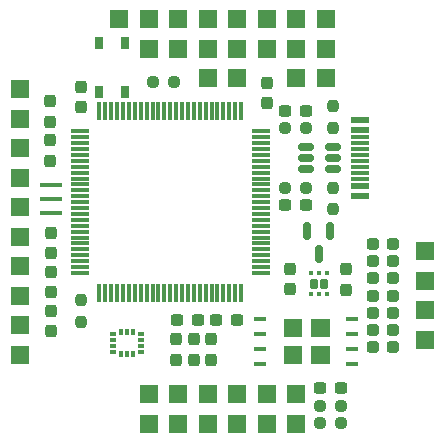
<source format=gbr>
%TF.GenerationSoftware,KiCad,Pcbnew,9.0.4*%
%TF.CreationDate,2025-11-28T22:46:11-05:00*%
%TF.ProjectId,STM32H743VIT6 FC,53544d33-3248-4373-9433-564954362046,rev?*%
%TF.SameCoordinates,Original*%
%TF.FileFunction,Paste,Top*%
%TF.FilePolarity,Positive*%
%FSLAX46Y46*%
G04 Gerber Fmt 4.6, Leading zero omitted, Abs format (unit mm)*
G04 Created by KiCad (PCBNEW 9.0.4) date 2025-11-28 22:46:11*
%MOMM*%
%LPD*%
G01*
G04 APERTURE LIST*
G04 Aperture macros list*
%AMRoundRect*
0 Rectangle with rounded corners*
0 $1 Rounding radius*
0 $2 $3 $4 $5 $6 $7 $8 $9 X,Y pos of 4 corners*
0 Add a 4 corners polygon primitive as box body*
4,1,4,$2,$3,$4,$5,$6,$7,$8,$9,$2,$3,0*
0 Add four circle primitives for the rounded corners*
1,1,$1+$1,$2,$3*
1,1,$1+$1,$4,$5*
1,1,$1+$1,$6,$7*
1,1,$1+$1,$8,$9*
0 Add four rect primitives between the rounded corners*
20,1,$1+$1,$2,$3,$4,$5,0*
20,1,$1+$1,$4,$5,$6,$7,0*
20,1,$1+$1,$6,$7,$8,$9,0*
20,1,$1+$1,$8,$9,$2,$3,0*%
G04 Aperture macros list end*
%ADD10C,0.010000*%
%ADD11RoundRect,0.250000X0.550000X-0.550000X0.550000X0.550000X-0.550000X0.550000X-0.550000X-0.550000X0*%
%ADD12RoundRect,0.250000X-0.550000X0.550000X-0.550000X-0.550000X0.550000X-0.550000X0.550000X0.550000X0*%
%ADD13RoundRect,0.250000X-0.550000X-0.550000X0.550000X-0.550000X0.550000X0.550000X-0.550000X0.550000X0*%
%ADD14RoundRect,0.250000X0.550000X0.550000X-0.550000X0.550000X-0.550000X-0.550000X0.550000X-0.550000X0*%
%ADD15RoundRect,0.237500X-0.250000X-0.237500X0.250000X-0.237500X0.250000X0.237500X-0.250000X0.237500X0*%
%ADD16RoundRect,0.237500X-0.300000X-0.237500X0.300000X-0.237500X0.300000X0.237500X-0.300000X0.237500X0*%
%ADD17RoundRect,0.150000X0.512500X0.150000X-0.512500X0.150000X-0.512500X-0.150000X0.512500X-0.150000X0*%
%ADD18RoundRect,0.237500X0.287500X0.237500X-0.287500X0.237500X-0.287500X-0.237500X0.287500X-0.237500X0*%
%ADD19RoundRect,0.172500X0.172500X-0.262500X0.172500X0.262500X-0.172500X0.262500X-0.172500X-0.262500X0*%
%ADD20RoundRect,0.093750X0.106250X-0.093750X0.106250X0.093750X-0.106250X0.093750X-0.106250X-0.093750X0*%
%ADD21RoundRect,0.237500X0.237500X-0.300000X0.237500X0.300000X-0.237500X0.300000X-0.237500X-0.300000X0*%
%ADD22RoundRect,0.237500X0.237500X-0.250000X0.237500X0.250000X-0.237500X0.250000X-0.237500X-0.250000X0*%
%ADD23RoundRect,0.052500X0.417500X0.157500X-0.417500X0.157500X-0.417500X-0.157500X0.417500X-0.157500X0*%
%ADD24R,1.550000X0.600000*%
%ADD25R,1.550000X0.300000*%
%ADD26RoundRect,0.237500X-0.237500X0.300000X-0.237500X-0.300000X0.237500X-0.300000X0.237500X0.300000X0*%
%ADD27R,1.900000X0.400000*%
%ADD28RoundRect,0.237500X0.300000X0.237500X-0.300000X0.237500X-0.300000X-0.237500X0.300000X-0.237500X0*%
%ADD29RoundRect,0.087500X-0.207500X-0.087500X0.207500X-0.087500X0.207500X0.087500X-0.207500X0.087500X0*%
%ADD30RoundRect,0.087500X-0.087500X-0.207500X0.087500X-0.207500X0.087500X0.207500X-0.087500X0.207500X0*%
%ADD31R,0.650000X1.050000*%
%ADD32RoundRect,0.237500X-0.237500X0.250000X-0.237500X-0.250000X0.237500X-0.250000X0.237500X0.250000X0*%
%ADD33RoundRect,0.150000X-0.150000X0.587500X-0.150000X-0.587500X0.150000X-0.587500X0.150000X0.587500X0*%
%ADD34RoundRect,0.075000X-0.725000X-0.075000X0.725000X-0.075000X0.725000X0.075000X-0.725000X0.075000X0*%
%ADD35RoundRect,0.075000X-0.075000X-0.725000X0.075000X-0.725000X0.075000X0.725000X-0.075000X0.725000X0*%
G04 APERTURE END LIST*
D10*
%TO.C,U_FLASH1*%
X172430800Y-129953200D02*
X170930800Y-129953200D01*
X170930800Y-128503200D01*
X172430800Y-128503200D01*
X172430800Y-129953200D01*
G36*
X172430800Y-129953200D02*
G01*
X170930800Y-129953200D01*
X170930800Y-128503200D01*
X172430800Y-128503200D01*
X172430800Y-129953200D01*
G37*
X172430800Y-132253200D02*
X170930800Y-132253200D01*
X170930800Y-130803200D01*
X172430800Y-130803200D01*
X172430800Y-132253200D01*
G36*
X172430800Y-132253200D02*
G01*
X170930800Y-132253200D01*
X170930800Y-130803200D01*
X172430800Y-130803200D01*
X172430800Y-132253200D01*
G37*
X174780800Y-129953200D02*
X173280800Y-129953200D01*
X173280800Y-128503200D01*
X174780800Y-128503200D01*
X174780800Y-129953200D01*
G36*
X174780800Y-129953200D02*
G01*
X173280800Y-129953200D01*
X173280800Y-128503200D01*
X174780800Y-128503200D01*
X174780800Y-129953200D01*
G37*
X174780800Y-132253200D02*
X173280800Y-132253200D01*
X173280800Y-130803200D01*
X174780800Y-130803200D01*
X174780800Y-132253200D01*
G36*
X174780800Y-132253200D02*
G01*
X173280800Y-132253200D01*
X173280800Y-130803200D01*
X174780800Y-130803200D01*
X174780800Y-132253200D01*
G37*
%TD*%
D11*
%TO.C,AVTX_J2*%
X148620000Y-109020000D03*
X148620000Y-111520000D03*
X148620000Y-114020000D03*
X148620000Y-116520000D03*
X148620000Y-119020000D03*
X148620000Y-121520000D03*
%TD*%
D12*
%TO.C,OTHER_J2*%
X148620000Y-131520000D03*
X148620000Y-129020000D03*
X148620000Y-126520000D03*
X148620000Y-124020000D03*
%TD*%
D13*
%TO.C,GPS_J2*%
X172000000Y-134876800D03*
X169500000Y-134876800D03*
X167000000Y-134876800D03*
X164500000Y-134876800D03*
X162000000Y-134876800D03*
X159500000Y-134876800D03*
%TD*%
%TO.C,VTX_J2*%
X172000000Y-137380000D03*
X169500000Y-137380000D03*
X167000000Y-137380000D03*
X164500000Y-137380000D03*
X162000000Y-137380000D03*
X159500000Y-137380000D03*
%TD*%
D12*
%TO.C,RX_J2*%
X182880000Y-130270000D03*
X182880000Y-127770000D03*
X182880000Y-125270000D03*
X182880000Y-122770000D03*
%TD*%
D14*
%TO.C,DEBUG_J2*%
X164508800Y-108102400D03*
X167008800Y-108102400D03*
X172008800Y-108102400D03*
X174508800Y-108102400D03*
%TD*%
%TO.C,CAM_J2*%
X159500000Y-105620000D03*
X162000000Y-105620000D03*
X164500000Y-105620000D03*
%TD*%
D13*
%TO.C,UART2_J2*%
X167000000Y-105620000D03*
X174500000Y-105620000D03*
X172000000Y-105620000D03*
X169500000Y-105620000D03*
%TD*%
D15*
%TO.C,MCU_R1*%
X159844100Y-108407200D03*
X161669100Y-108407200D03*
%TD*%
D16*
%TO.C,FLASH_C1*%
X174041900Y-134366000D03*
X175766900Y-134366000D03*
%TD*%
D15*
%TO.C,USB_R3*%
X171030000Y-112315400D03*
X172855000Y-112315400D03*
%TD*%
D17*
%TO.C,U2*%
X175130000Y-115800000D03*
X175130000Y-114850000D03*
X175130000Y-113900000D03*
X172855000Y-113900000D03*
X172855000Y-114850000D03*
X172855000Y-115800000D03*
%TD*%
D18*
%TO.C,5V_D1*%
X180214200Y-125045200D03*
X178464200Y-125045200D03*
%TD*%
%TO.C,3V3_D1*%
X180214200Y-122125200D03*
X178464200Y-122125200D03*
%TD*%
D16*
%TO.C,USB_C1*%
X171080000Y-118820000D03*
X172805000Y-118820000D03*
%TD*%
D19*
%TO.C,U_3V1*%
X173524200Y-125525300D03*
X174324200Y-125525300D03*
D20*
X173274200Y-126412800D03*
X173924200Y-126412800D03*
X174574200Y-126412800D03*
X174574200Y-124637800D03*
X173924200Y-124637800D03*
X173274200Y-124637800D03*
%TD*%
D21*
%TO.C,MCU_C3*%
X153820000Y-110560000D03*
X153820000Y-108835000D03*
%TD*%
D18*
%TO.C,MCU_D1*%
X180214200Y-130885200D03*
X178464200Y-130885200D03*
%TD*%
%TO.C,MCU_D3*%
X180214200Y-127965200D03*
X178464200Y-127965200D03*
%TD*%
%TO.C,9V_D1*%
X180214200Y-126505200D03*
X178464200Y-126505200D03*
%TD*%
D22*
%TO.C,USB_R1*%
X175130000Y-119197900D03*
X175130000Y-117372900D03*
%TD*%
D16*
%TO.C,MCU_C14*%
X171080000Y-110850000D03*
X172805000Y-110850000D03*
%TD*%
D21*
%TO.C,MCU_C6*%
X151173630Y-115098630D03*
X151173630Y-113373630D03*
%TD*%
D23*
%TO.C,U_FLASH1*%
X176750800Y-132283200D03*
X176750800Y-131013200D03*
X176750800Y-129743200D03*
X176750800Y-128473200D03*
X168960800Y-128473200D03*
X168960800Y-129743200D03*
X168960800Y-131013200D03*
X168960800Y-132283200D03*
%TD*%
D24*
%TO.C,J1*%
X177397000Y-118058800D03*
X177397000Y-117258800D03*
D25*
X177397000Y-116108800D03*
X177397000Y-115108800D03*
X177397000Y-114608800D03*
X177397000Y-113608800D03*
D24*
X177397000Y-111658800D03*
X177397000Y-112458800D03*
D25*
X177397000Y-113108800D03*
X177397000Y-114108800D03*
X177397000Y-115608800D03*
X177397000Y-116608800D03*
%TD*%
D26*
%TO.C,IMU_C1*%
X163310955Y-130222902D03*
X163310955Y-131947902D03*
%TD*%
%TO.C,MCU_C11*%
X151240000Y-127780000D03*
X151240000Y-129505000D03*
%TD*%
D27*
%TO.C,Y_MCU1*%
X151240000Y-117160000D03*
X151240000Y-118360000D03*
X151240000Y-119560000D03*
%TD*%
D28*
%TO.C,MCU_C13*%
X163650600Y-128540000D03*
X161925600Y-128540000D03*
%TD*%
D18*
%TO.C,USB_D1*%
X180214200Y-123585200D03*
X178464200Y-123585200D03*
%TD*%
D16*
%TO.C,MCU_C5*%
X165228100Y-128540000D03*
X166953100Y-128540000D03*
%TD*%
D21*
%TO.C,MCU_C1*%
X151173630Y-111786130D03*
X151173630Y-110061130D03*
%TD*%
D26*
%TO.C,IMU_C3*%
X161837755Y-130222902D03*
X161837755Y-131947902D03*
%TD*%
D29*
%TO.C,U_IMU1*%
X156527500Y-129755200D03*
X156527500Y-130255200D03*
X156527500Y-130755200D03*
X156527500Y-131255200D03*
D30*
X157192500Y-131420200D03*
X157692500Y-131420200D03*
X158192500Y-131420200D03*
D29*
X158857500Y-131255200D03*
X158857500Y-130755200D03*
X158857500Y-130255200D03*
X158857500Y-129755200D03*
D30*
X158192500Y-129590200D03*
X157692500Y-129590200D03*
X157192500Y-129590200D03*
%TD*%
D21*
%TO.C,3V3_C2*%
X171450000Y-125962500D03*
X171450000Y-124237500D03*
%TD*%
D22*
%TO.C,USB_R2*%
X175130000Y-112307900D03*
X175130000Y-110482900D03*
%TD*%
D26*
%TO.C,IMU_C2*%
X164784155Y-130222902D03*
X164784155Y-131947902D03*
%TD*%
D21*
%TO.C,MCU_C9*%
X151240000Y-122912500D03*
X151240000Y-121187500D03*
%TD*%
D31*
%TO.C,SW2*%
X157480000Y-105150000D03*
X157480000Y-109300000D03*
X155330000Y-105150000D03*
X155330000Y-109300000D03*
%TD*%
D15*
%TO.C,FLASH_R1*%
X173991900Y-135824800D03*
X175816900Y-135824800D03*
%TD*%
D21*
%TO.C,3v3_C1*%
X176199800Y-126008300D03*
X176199800Y-124283300D03*
%TD*%
D32*
%TO.C,FB1*%
X153800000Y-126887500D03*
X153800000Y-128712500D03*
%TD*%
D15*
%TO.C,USB_R4*%
X171030000Y-117365400D03*
X172855000Y-117365400D03*
%TD*%
%TO.C,FLASH_R2*%
X173991900Y-137287000D03*
X175816900Y-137287000D03*
%TD*%
D18*
%TO.C,MCU_D2*%
X180214200Y-129425200D03*
X178464200Y-129425200D03*
%TD*%
D21*
%TO.C,MCU_C4*%
X169494200Y-110209500D03*
X169494200Y-108484500D03*
%TD*%
D33*
%TO.C,D0*%
X174855000Y-121081800D03*
X172955000Y-121081800D03*
X173905000Y-122956800D03*
%TD*%
D34*
%TO.C,U_STM32*%
X153660000Y-112600000D03*
X153660000Y-113100000D03*
X153660000Y-113600000D03*
X153660000Y-114100000D03*
X153660000Y-114600000D03*
X153660000Y-115100000D03*
X153660000Y-115600000D03*
X153660000Y-116100000D03*
X153660000Y-116600000D03*
X153660000Y-117100000D03*
X153660000Y-117600000D03*
X153660000Y-118100000D03*
X153660000Y-118600000D03*
X153660000Y-119100000D03*
X153660000Y-119600000D03*
X153660000Y-120100000D03*
X153660000Y-120600000D03*
X153660000Y-121100000D03*
X153660000Y-121600000D03*
X153660000Y-122100000D03*
X153660000Y-122600000D03*
X153660000Y-123100000D03*
X153660000Y-123600000D03*
X153660000Y-124100000D03*
X153660000Y-124600000D03*
D35*
X155335000Y-126275000D03*
X155835000Y-126275000D03*
X156335000Y-126275000D03*
X156835000Y-126275000D03*
X157335000Y-126275000D03*
X157835000Y-126275000D03*
X158335000Y-126275000D03*
X158835000Y-126275000D03*
X159335000Y-126275000D03*
X159835000Y-126275000D03*
X160335000Y-126275000D03*
X160835000Y-126275000D03*
X161335000Y-126275000D03*
X161835000Y-126275000D03*
X162335000Y-126275000D03*
X162835000Y-126275000D03*
X163335000Y-126275000D03*
X163835000Y-126275000D03*
X164335000Y-126275000D03*
X164835000Y-126275000D03*
X165335000Y-126275000D03*
X165835000Y-126275000D03*
X166335000Y-126275000D03*
X166835000Y-126275000D03*
X167335000Y-126275000D03*
D34*
X169010000Y-124600000D03*
X169010000Y-124100000D03*
X169010000Y-123600000D03*
X169010000Y-123100000D03*
X169010000Y-122600000D03*
X169010000Y-122100000D03*
X169010000Y-121600000D03*
X169010000Y-121100000D03*
X169010000Y-120600000D03*
X169010000Y-120100000D03*
X169010000Y-119600000D03*
X169010000Y-119100000D03*
X169010000Y-118600000D03*
X169010000Y-118100000D03*
X169010000Y-117600000D03*
X169010000Y-117100000D03*
X169010000Y-116600000D03*
X169010000Y-116100000D03*
X169010000Y-115600000D03*
X169010000Y-115100000D03*
X169010000Y-114600000D03*
X169010000Y-114100000D03*
X169010000Y-113600000D03*
X169010000Y-113100000D03*
X169010000Y-112600000D03*
D35*
X167335000Y-110925000D03*
X166835000Y-110925000D03*
X166335000Y-110925000D03*
X165835000Y-110925000D03*
X165335000Y-110925000D03*
X164835000Y-110925000D03*
X164335000Y-110925000D03*
X163835000Y-110925000D03*
X163335000Y-110925000D03*
X162835000Y-110925000D03*
X162335000Y-110925000D03*
X161835000Y-110925000D03*
X161335000Y-110925000D03*
X160835000Y-110925000D03*
X160335000Y-110925000D03*
X159835000Y-110925000D03*
X159335000Y-110925000D03*
X158835000Y-110925000D03*
X158335000Y-110925000D03*
X157835000Y-110925000D03*
X157335000Y-110925000D03*
X156835000Y-110925000D03*
X156335000Y-110925000D03*
X155835000Y-110925000D03*
X155335000Y-110925000D03*
%TD*%
D26*
%TO.C,MCU_C10*%
X151240000Y-124480000D03*
X151240000Y-126205000D03*
%TD*%
D14*
%TO.C,ESC_J2*%
X157000000Y-103124000D03*
X159500000Y-103124000D03*
X162000000Y-103124000D03*
X164500000Y-103124000D03*
X167000000Y-103124000D03*
X169500000Y-103124000D03*
X172000000Y-103124000D03*
X174500000Y-103124000D03*
%TD*%
M02*

</source>
